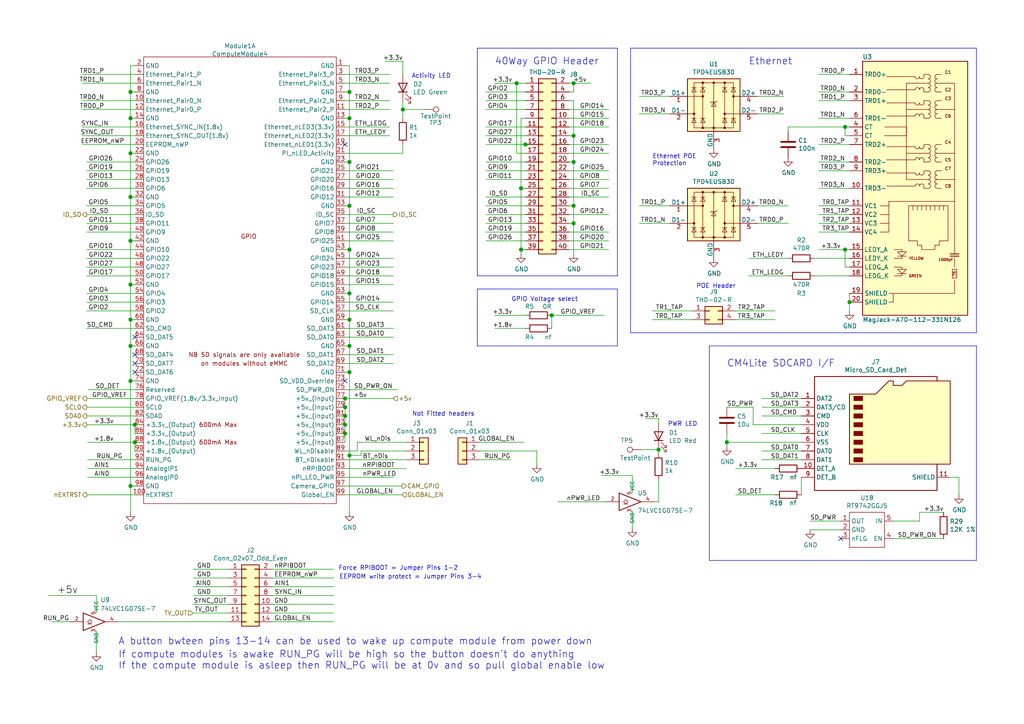
<source format=kicad_sch>
(kicad_sch (version 20201015) (generator eeschema)
  (page 1 7)
  (paper "A4")
  (title_block (title "Compute Module 4 IO Board - GPIO - Ethernet") (rev "1") (company "(c) Raspberry Pi Trading 2020") (comment 1 "www.raspberrypi.org"))
  (junction (at 37.846 26.67) (diameter 1.016))
  (junction (at 37.846 34.29) (diameter 1.016))
  (junction (at 37.846 44.45) (diameter 1.016))
  (junction (at 37.846 57.15) (diameter 1.016))
  (junction (at 37.846 69.85) (diameter 1.016))
  (junction (at 37.846 82.55) (diameter 1.016))
  (junction (at 37.846 92.71) (diameter 1.016))
  (junction (at 37.846 100.33) (diameter 1.016))
  (junction (at 37.846 110.49) (diameter 1.016))
  (junction (at 37.846 140.97) (diameter 1.016))
  (junction (at 39.116 123.19) (diameter 1.016))
  (junction (at 39.116 128.27) (diameter 1.016))
  (junction (at 100.076 115.57) (diameter 1.016))
  (junction (at 100.076 118.11) (diameter 1.016))
  (junction (at 100.076 120.65) (diameter 1.016))
  (junction (at 100.076 123.19) (diameter 1.016))
  (junction (at 100.076 125.73) (diameter 1.016))
  (junction (at 101.346 26.67) (diameter 1.016))
  (junction (at 101.346 34.29) (diameter 1.016))
  (junction (at 101.346 46.99) (diameter 1.016))
  (junction (at 101.346 59.69) (diameter 1.016))
  (junction (at 101.346 72.39) (diameter 1.016))
  (junction (at 101.346 85.09) (diameter 1.016))
  (junction (at 101.346 92.71) (diameter 1.016))
  (junction (at 101.346 100.33) (diameter 1.016))
  (junction (at 101.346 107.95) (diameter 1.016))
  (junction (at 101.346 132.08) (diameter 1.016))
  (junction (at 116.84 31.75) (diameter 1.016))
  (junction (at 149.86 24.13) (diameter 1.016))
  (junction (at 151.13 54.61) (diameter 1.016))
  (junction (at 151.13 72.39) (diameter 1.016))
  (junction (at 152.4 41.91) (diameter 1.016))
  (junction (at 160.02 91.44) (diameter 1.016))
  (junction (at 166.37 24.13) (diameter 1.016))
  (junction (at 166.37 39.37) (diameter 1.016))
  (junction (at 166.37 46.99) (diameter 1.016))
  (junction (at 166.37 59.69) (diameter 1.016))
  (junction (at 166.37 64.77) (diameter 1.016))
  (junction (at 191.008 130.429) (diameter 1.016))
  (junction (at 210.82 128.27) (diameter 1.016))
  (junction (at 245.11 36.83) (diameter 1.016))
  (junction (at 245.11 72.39) (diameter 1.016))
  (junction (at 246.38 87.63) (diameter 1.016))
  (no_connect (at 100.076 110.49))
  (no_connect (at 243.84 156.21))
  (no_connect (at 39.116 105.41))
  (no_connect (at 100.076 41.91))
  (no_connect (at 39.116 97.79))
  (no_connect (at 39.116 107.95))
  (no_connect (at 39.116 102.87))
  (wire (pts (xy 13.97 172.72) (xy 27.94 172.72)))
  (wire (pts (xy 14.986 180.34) (xy 20.32 180.34)))
  (wire (pts (xy 23.876 21.59) (xy 39.116 21.59)))
  (wire (pts (xy 23.876 24.13) (xy 39.116 24.13)))
  (wire (pts (xy 23.876 29.21) (xy 39.116 29.21)))
  (wire (pts (xy 23.876 31.75) (xy 39.116 31.75)))
  (wire (pts (xy 23.876 36.83) (xy 39.116 36.83)))
  (wire (pts (xy 23.876 39.37) (xy 39.116 39.37)))
  (wire (pts (xy 23.876 41.91) (xy 39.116 41.91)))
  (wire (pts (xy 25.146 46.99) (xy 39.116 46.99)))
  (wire (pts (xy 25.146 49.53) (xy 39.116 49.53)))
  (wire (pts (xy 25.146 52.07) (xy 39.116 52.07)))
  (wire (pts (xy 25.146 54.61) (xy 39.116 54.61)))
  (wire (pts (xy 25.146 59.69) (xy 39.116 59.69)))
  (wire (pts (xy 25.146 62.23) (xy 39.116 62.23)))
  (wire (pts (xy 25.146 64.77) (xy 39.116 64.77)))
  (wire (pts (xy 25.146 67.31) (xy 39.116 67.31)))
  (wire (pts (xy 25.146 72.39) (xy 39.116 72.39)))
  (wire (pts (xy 25.146 74.93) (xy 39.116 74.93)))
  (wire (pts (xy 25.146 77.47) (xy 39.116 77.47)))
  (wire (pts (xy 25.146 80.01) (xy 39.116 80.01)))
  (wire (pts (xy 25.146 85.09) (xy 39.116 85.09)))
  (wire (pts (xy 25.146 87.63) (xy 39.116 87.63)))
  (wire (pts (xy 25.146 90.17) (xy 39.116 90.17)))
  (wire (pts (xy 25.146 95.25) (xy 39.116 95.25)))
  (wire (pts (xy 25.146 115.57) (xy 39.116 115.57)))
  (wire (pts (xy 25.146 118.11) (xy 39.116 118.11)))
  (wire (pts (xy 25.146 120.65) (xy 39.116 120.65)))
  (wire (pts (xy 25.146 123.19) (xy 39.116 123.19)))
  (wire (pts (xy 25.146 143.51) (xy 39.116 143.51)))
  (wire (pts (xy 25.4 128.27) (xy 39.116 128.27)))
  (wire (pts (xy 25.4 133.35) (xy 39.116 133.35)))
  (wire (pts (xy 25.4 135.89) (xy 39.116 135.89)))
  (wire (pts (xy 25.4 138.43) (xy 39.116 138.43)))
  (wire (pts (xy 25.6032 113.03) (xy 39.116 113.03)))
  (wire (pts (xy 27.94 172.72) (xy 27.94 177.8)))
  (wire (pts (xy 27.94 182.88) (xy 27.94 189.23)))
  (wire (pts (xy 34.29 180.34) (xy 66.294 180.34)))
  (wire (pts (xy 37.846 19.05) (xy 37.846 26.67)))
  (wire (pts (xy 37.846 26.67) (xy 37.846 34.29)))
  (wire (pts (xy 37.846 34.29) (xy 37.846 44.45)))
  (wire (pts (xy 37.846 44.45) (xy 37.846 57.15)))
  (wire (pts (xy 37.846 44.45) (xy 39.116 44.45)))
  (wire (pts (xy 37.846 57.15) (xy 37.846 69.85)))
  (wire (pts (xy 37.846 57.15) (xy 39.116 57.15)))
  (wire (pts (xy 37.846 69.85) (xy 37.846 82.55)))
  (wire (pts (xy 37.846 69.85) (xy 39.116 69.85)))
  (wire (pts (xy 37.846 82.55) (xy 37.846 92.71)))
  (wire (pts (xy 37.846 82.55) (xy 39.116 82.55)))
  (wire (pts (xy 37.846 92.71) (xy 37.846 100.33)))
  (wire (pts (xy 37.846 92.71) (xy 39.116 92.71)))
  (wire (pts (xy 37.846 100.33) (xy 37.846 110.49)))
  (wire (pts (xy 37.846 100.33) (xy 39.116 100.33)))
  (wire (pts (xy 37.846 110.49) (xy 37.846 140.97)))
  (wire (pts (xy 37.846 110.49) (xy 39.116 110.49)))
  (wire (pts (xy 37.846 140.97) (xy 37.846 148.59)))
  (wire (pts (xy 39.116 19.05) (xy 37.846 19.05)))
  (wire (pts (xy 39.116 26.67) (xy 37.846 26.67)))
  (wire (pts (xy 39.116 34.29) (xy 37.846 34.29)))
  (wire (pts (xy 39.116 125.73) (xy 39.116 123.19)))
  (wire (pts (xy 39.116 128.27) (xy 39.37 128.27)))
  (wire (pts (xy 39.116 130.81) (xy 39.116 128.27)))
  (wire (pts (xy 39.116 140.97) (xy 37.846 140.97)))
  (wire (pts (xy 55.88 175.26) (xy 66.294 175.26)))
  (wire (pts (xy 55.88 177.8) (xy 66.294 177.8)))
  (wire (pts (xy 56.134 165.1) (xy 66.294 165.1)))
  (wire (pts (xy 56.134 167.64) (xy 66.294 167.64)))
  (wire (pts (xy 56.134 170.18) (xy 66.294 170.18)))
  (wire (pts (xy 56.134 172.72) (xy 66.294 172.72)))
  (wire (pts (xy 78.994 165.1) (xy 96.774 165.1)))
  (wire (pts (xy 78.994 167.64) (xy 96.774 167.64)))
  (wire (pts (xy 78.994 170.18) (xy 96.774 170.18)))
  (wire (pts (xy 78.994 172.72) (xy 96.774 172.72)))
  (wire (pts (xy 78.994 175.26) (xy 96.774 175.26)))
  (wire (pts (xy 78.994 177.8) (xy 96.774 177.8)))
  (wire (pts (xy 78.994 180.34) (xy 96.774 180.34)))
  (wire (pts (xy 100.076 19.05) (xy 101.346 19.05)))
  (wire (pts (xy 100.076 21.59) (xy 113.03 21.59)))
  (wire (pts (xy 100.076 24.13) (xy 113.03 24.13)))
  (wire (pts (xy 100.076 26.67) (xy 101.346 26.67)))
  (wire (pts (xy 100.076 29.21) (xy 113.03 29.21)))
  (wire (pts (xy 100.076 31.75) (xy 113.03 31.75)))
  (wire (pts (xy 100.076 34.29) (xy 101.346 34.29)))
  (wire (pts (xy 100.076 36.83) (xy 113.03 36.83)))
  (wire (pts (xy 100.076 39.37) (xy 113.03 39.37)))
  (wire (pts (xy 100.076 44.45) (xy 116.84 44.45)))
  (wire (pts (xy 100.076 46.99) (xy 101.346 46.99)))
  (wire (pts (xy 100.076 49.53) (xy 114.046 49.53)))
  (wire (pts (xy 100.076 52.07) (xy 114.046 52.07)))
  (wire (pts (xy 100.076 54.61) (xy 114.046 54.61)))
  (wire (pts (xy 100.076 57.15) (xy 114.046 57.15)))
  (wire (pts (xy 100.076 59.69) (xy 101.346 59.69)))
  (wire (pts (xy 100.076 62.23) (xy 114.046 62.23)))
  (wire (pts (xy 100.076 64.77) (xy 114.046 64.77)))
  (wire (pts (xy 100.076 67.31) (xy 114.046 67.31)))
  (wire (pts (xy 100.076 69.85) (xy 114.046 69.85)))
  (wire (pts (xy 100.076 72.39) (xy 101.346 72.39)))
  (wire (pts (xy 100.076 74.93) (xy 114.046 74.93)))
  (wire (pts (xy 100.076 77.47) (xy 114.046 77.47)))
  (wire (pts (xy 100.076 80.01) (xy 114.046 80.01)))
  (wire (pts (xy 100.076 82.55) (xy 114.046 82.55)))
  (wire (pts (xy 100.076 85.09) (xy 101.346 85.09)))
  (wire (pts (xy 100.076 87.63) (xy 114.046 87.63)))
  (wire (pts (xy 100.076 92.71) (xy 101.346 92.71)))
  (wire (pts (xy 100.076 97.79) (xy 114.046 97.79)))
  (wire (pts (xy 100.076 100.33) (xy 101.346 100.33)))
  (wire (pts (xy 100.076 105.41) (xy 114.046 105.41)))
  (wire (pts (xy 100.076 107.95) (xy 101.346 107.95)))
  (wire (pts (xy 100.076 113.03) (xy 115.316 113.03)))
  (wire (pts (xy 100.076 115.57) (xy 100.076 118.11)))
  (wire (pts (xy 100.076 115.57) (xy 114.046 115.57)))
  (wire (pts (xy 100.076 118.11) (xy 100.076 120.65)))
  (wire (pts (xy 100.076 120.65) (xy 100.076 123.19)))
  (wire (pts (xy 100.076 123.19) (xy 100.076 125.73)))
  (wire (pts (xy 100.076 125.73) (xy 100.076 128.27)))
  (wire (pts (xy 100.076 130.81) (xy 103.632 130.81)))
  (wire (pts (xy 100.076 133.35) (xy 117.856 133.35)))
  (wire (pts (xy 100.076 135.89) (xy 117.856 135.89)))
  (wire (pts (xy 100.076 138.43) (xy 114.046 138.43)))
  (wire (pts (xy 100.076 140.97) (xy 116.586 140.97)))
  (wire (pts (xy 100.076 143.51) (xy 116.586 143.51)))
  (wire (pts (xy 101.346 19.05) (xy 101.346 26.67)))
  (wire (pts (xy 101.346 26.67) (xy 101.346 34.29)))
  (wire (pts (xy 101.346 34.29) (xy 101.346 46.99)))
  (wire (pts (xy 101.346 46.99) (xy 101.346 59.69)))
  (wire (pts (xy 101.346 59.69) (xy 101.346 72.39)))
  (wire (pts (xy 101.346 72.39) (xy 101.346 85.09)))
  (wire (pts (xy 101.346 85.09) (xy 101.346 92.71)))
  (wire (pts (xy 101.346 92.71) (xy 101.346 100.33)))
  (wire (pts (xy 101.346 100.33) (xy 101.346 107.95)))
  (wire (pts (xy 101.346 107.95) (xy 101.346 132.08)))
  (wire (pts (xy 101.346 132.08) (xy 101.346 148.59)))
  (wire (pts (xy 101.346 132.08) (xy 104.7242 132.08)))
  (wire (pts (xy 103.632 128.27) (xy 117.856 128.27)))
  (wire (pts (xy 103.632 130.81) (xy 103.632 128.27)))
  (wire (pts (xy 104.7242 130.81) (xy 117.856 130.81)))
  (wire (pts (xy 104.7242 132.08) (xy 104.7242 130.81)))
  (wire (pts (xy 111.76 17.78) (xy 116.84 17.78)))
  (wire (pts (xy 114.046 90.17) (xy 100.076 90.17)))
  (wire (pts (xy 114.046 95.25) (xy 100.076 95.25)))
  (wire (pts (xy 114.046 102.87) (xy 100.076 102.87)))
  (wire (pts (xy 116.84 21.59) (xy 116.84 17.78)))
  (wire (pts (xy 116.84 31.75) (xy 116.84 29.21)))
  (wire (pts (xy 116.84 34.29) (xy 116.84 31.75)))
  (wire (pts (xy 116.84 44.45) (xy 116.84 41.91)))
  (wire (pts (xy 123.19 31.75) (xy 116.84 31.75)))
  (wire (pts (xy 139.192 128.27) (xy 151.892 128.27)))
  (wire (pts (xy 139.192 130.81) (xy 155.702 130.81)))
  (wire (pts (xy 139.192 133.35) (xy 148.082 133.35)))
  (wire (pts (xy 140.97 26.67) (xy 152.4 26.67)))
  (wire (pts (xy 140.97 29.21) (xy 152.4 29.21)))
  (wire (pts (xy 140.97 31.75) (xy 152.4 31.75)))
  (wire (pts (xy 140.97 36.83) (xy 152.4 36.83)))
  (wire (pts (xy 140.97 39.37) (xy 152.4 39.37)))
  (wire (pts (xy 140.97 41.91) (xy 152.4 41.91)))
  (wire (pts (xy 140.97 46.99) (xy 152.4 46.99)))
  (wire (pts (xy 140.97 49.53) (xy 152.4 49.53)))
  (wire (pts (xy 140.97 52.07) (xy 152.4 52.07)))
  (wire (pts (xy 140.97 57.15) (xy 152.4 57.15)))
  (wire (pts (xy 140.97 59.69) (xy 152.4 59.69)))
  (wire (pts (xy 140.97 62.23) (xy 152.4 62.23)))
  (wire (pts (xy 140.97 64.77) (xy 152.4 64.77)))
  (wire (pts (xy 140.97 67.31) (xy 152.4 67.31)))
  (wire (pts (xy 140.97 69.85) (xy 152.4 69.85)))
  (wire (pts (xy 143.51 24.13) (xy 149.86 24.13)))
  (wire (pts (xy 143.51 91.44) (xy 152.4 91.44)))
  (wire (pts (xy 143.51 95.25) (xy 152.4 95.25)))
  (wire (pts (xy 149.86 24.13) (xy 149.86 44.45)))
  (wire (pts (xy 149.86 44.45) (xy 152.4 44.45)))
  (wire (pts (xy 151.13 34.29) (xy 151.13 54.61)))
  (wire (pts (xy 151.13 54.61) (xy 151.13 72.39)))
  (wire (pts (xy 151.13 54.61) (xy 152.4 54.61)))
  (wire (pts (xy 151.13 72.39) (xy 151.13 73.66)))
  (wire (pts (xy 151.13 72.39) (xy 152.4 72.39)))
  (wire (pts (xy 152.4 24.13) (xy 149.86 24.13)))
  (wire (pts (xy 152.4 34.29) (xy 151.13 34.29)))
  (wire (pts (xy 154.94 41.91) (xy 152.4 41.91)))
  (wire (pts (xy 155.702 130.81) (xy 155.702 134.62)))
  (wire (pts (xy 160.02 91.44) (xy 160.02 95.25)))
  (wire (pts (xy 160.02 91.44) (xy 175.26 91.44)))
  (wire (pts (xy 161.798 145.542) (xy 175.768 145.542)))
  (wire (pts (xy 165.1 24.13) (xy 166.37 24.13)))
  (wire (pts (xy 165.1 26.67) (xy 166.37 26.67)))
  (wire (pts (xy 165.1 29.21) (xy 166.37 29.21)))
  (wire (pts (xy 165.1 31.75) (xy 176.53 31.75)))
  (wire (pts (xy 165.1 34.29) (xy 176.53 34.29)))
  (wire (pts (xy 165.1 36.83) (xy 176.53 36.83)))
  (wire (pts (xy 165.1 41.91) (xy 176.53 41.91)))
  (wire (pts (xy 165.1 44.45) (xy 176.53 44.45)))
  (wire (pts (xy 165.1 49.53) (xy 176.53 49.53)))
  (wire (pts (xy 165.1 52.07) (xy 176.53 52.07)))
  (wire (pts (xy 165.1 54.61) (xy 176.53 54.61)))
  (wire (pts (xy 165.1 57.15) (xy 176.53 57.15)))
  (wire (pts (xy 165.1 59.69) (xy 166.37 59.69)))
  (wire (pts (xy 165.1 62.23) (xy 176.53 62.23)))
  (wire (pts (xy 165.1 64.77) (xy 166.37 64.77)))
  (wire (pts (xy 165.1 67.31) (xy 176.53 67.31)))
  (wire (pts (xy 165.1 69.85) (xy 176.53 69.85)))
  (wire (pts (xy 165.1 72.39) (xy 176.53 72.39)))
  (wire (pts (xy 166.37 24.13) (xy 171.45 24.13)))
  (wire (pts (xy 166.37 26.67) (xy 166.37 24.13)))
  (wire (pts (xy 166.37 29.21) (xy 166.37 39.37)))
  (wire (pts (xy 166.37 39.37) (xy 165.1 39.37)))
  (wire (pts (xy 166.37 39.37) (xy 166.37 46.99)))
  (wire (pts (xy 166.37 46.99) (xy 165.1 46.99)))
  (wire (pts (xy 166.37 59.69) (xy 166.37 46.99)))
  (wire (pts (xy 166.37 64.77) (xy 166.37 59.69)))
  (wire (pts (xy 166.37 64.77) (xy 166.37 73.66)))
  (wire (pts (xy 183.388 137.922) (xy 174.498 137.922)))
  (wire (pts (xy 183.388 143.002) (xy 183.388 137.922)))
  (wire (pts (xy 183.388 148.082) (xy 183.388 153.162)))
  (wire (pts (xy 185.42 27.94) (xy 194.31 27.94)))
  (wire (pts (xy 185.42 33.02) (xy 194.31 33.02)))
  (wire (pts (xy 185.42 59.69) (xy 194.31 59.69)))
  (wire (pts (xy 186.0042 130.429) (xy 191.008 130.429)))
  (wire (pts (xy 189.23 90.17) (xy 200.66 90.17)))
  (wire (pts (xy 189.23 92.71) (xy 200.66 92.71)))
  (wire (pts (xy 191.008 121.412) (xy 187.198 121.412)))
  (wire (pts (xy 191.008 122.682) (xy 191.008 121.412)))
  (wire (pts (xy 191.008 130.302) (xy 191.008 130.429)))
  (wire (pts (xy 191.008 130.429) (xy 191.008 131.572)))
  (wire (pts (xy 191.008 139.192) (xy 191.008 145.542)))
  (wire (pts (xy 191.008 145.542) (xy 189.738 145.542)))
  (wire (pts (xy 194.31 64.77) (xy 185.42 64.77)))
  (wire (pts (xy 210.82 118.11) (xy 218.44 118.11)))
  (wire (pts (xy 210.82 125.73) (xy 210.82 128.27)))
  (wire (pts (xy 210.82 128.27) (xy 210.82 129.54)))
  (wire (pts (xy 210.82 128.27) (xy 232.41 128.27)))
  (wire (pts (xy 213.36 90.17) (xy 224.79 90.17)))
  (wire (pts (xy 213.36 92.71) (xy 224.79 92.71)))
  (wire (pts (xy 213.36 135.89) (xy 224.79 135.89)))
  (wire (pts (xy 213.36 143.51) (xy 224.79 143.51)))
  (wire (pts (xy 217.17 74.93) (xy 228.6 74.93)))
  (wire (pts (xy 217.17 80.01) (xy 228.6 80.01)))
  (wire (pts (xy 218.44 123.19) (xy 218.44 118.11)))
  (wire (pts (xy 219.71 27.94) (xy 227.33 27.94)))
  (wire (pts (xy 219.71 33.02) (xy 227.33 33.02)))
  (wire (pts (xy 219.71 59.69) (xy 228.6 59.69)))
  (wire (pts (xy 219.71 64.77) (xy 228.6 64.77)))
  (wire (pts (xy 220.98 115.57) (xy 232.41 115.57)))
  (wire (pts (xy 220.98 120.65) (xy 232.41 120.65)))
  (wire (pts (xy 220.98 130.81) (xy 232.41 130.81)))
  (wire (pts (xy 228.6 36.83) (xy 245.11 36.83)))
  (wire (pts (xy 228.6 38.1) (xy 228.6 36.83)))
  (wire (pts (xy 232.41 118.11) (xy 220.98 118.11)))
  (wire (pts (xy 232.41 123.19) (xy 218.44 123.19)))
  (wire (pts (xy 232.41 125.73) (xy 220.98 125.73)))
  (wire (pts (xy 232.41 133.35) (xy 220.98 133.35)))
  (wire (pts (xy 232.41 138.43) (xy 232.41 143.51)))
  (wire (pts (xy 236.22 74.93) (xy 246.38 74.93)))
  (wire (pts (xy 236.22 80.01) (xy 246.38 80.01)))
  (wire (pts (xy 237.49 21.59) (xy 246.38 21.59)))
  (wire (pts (xy 237.49 26.67) (xy 246.38 26.67)))
  (wire (pts (xy 237.49 29.21) (xy 246.38 29.21)))
  (wire (pts (xy 237.49 34.29) (xy 246.38 34.29)))
  (wire (pts (xy 237.49 41.91) (xy 246.38 41.91)))
  (wire (pts (xy 237.49 46.99) (xy 246.38 46.99)))
  (wire (pts (xy 237.49 49.53) (xy 246.38 49.53)))
  (wire (pts (xy 237.49 54.61) (xy 246.38 54.61)))
  (wire (pts (xy 237.49 59.69) (xy 246.38 59.69)))
  (wire (pts (xy 237.49 62.23) (xy 246.38 62.23)))
  (wire (pts (xy 237.49 64.77) (xy 246.38 64.77)))
  (wire (pts (xy 237.49 67.31) (xy 246.38 67.31)))
  (wire (pts (xy 237.49 72.39) (xy 245.11 72.39)))
  (wire (pts (xy 243.84 151.13) (xy 234.95 151.13)))
  (wire (pts (xy 243.84 153.67) (xy 234.95 153.67)))
  (wire (pts (xy 245.11 39.37) (xy 245.11 36.83)))
  (wire (pts (xy 245.11 72.39) (xy 246.38 72.39)))
  (wire (pts (xy 245.11 77.47) (xy 245.11 72.39)))
  (wire (pts (xy 246.38 36.83) (xy 245.11 36.83)))
  (wire (pts (xy 246.38 39.37) (xy 245.11 39.37)))
  (wire (pts (xy 246.38 77.47) (xy 245.11 77.47)))
  (wire (pts (xy 246.38 85.09) (xy 246.38 87.63)))
  (wire (pts (xy 246.38 87.63) (xy 246.38 90.17)))
  (wire (pts (xy 259.08 151.13) (xy 266.7 151.13)))
  (wire (pts (xy 259.08 156.21) (xy 273.685 156.21)))
  (wire (pts (xy 266.7 148.59) (xy 266.7 151.13)))
  (wire (pts (xy 273.685 148.59) (xy 266.7 148.59)))
  (wire (pts (xy 275.59 138.43) (xy 278.13 138.43)))
  (wire (pts (xy 278.13 138.43) (xy 278.13 143.51)))
  (polyline (pts (xy 138.43 13.97) (xy 138.43 80.01)) (stroke (width 0) (type solid)))
  (polyline (pts (xy 138.43 80.01) (xy 179.07 80.01)) (stroke (width 0) (type solid)))
  (polyline (pts (xy 138.43 100.33) (xy 138.43 83.82)) (stroke (width 0) (type solid)))
  (polyline (pts (xy 138.43 100.33) (xy 139.7 100.33)) (stroke (width 0) (type solid)))
  (polyline (pts (xy 139.7 83.82) (xy 138.43 83.82)) (stroke (width 0) (type solid)))
  (polyline (pts (xy 139.7 83.82) (xy 179.07 83.82)) (stroke (width 0) (type solid)))
  (polyline (pts (xy 179.07 13.97) (xy 138.43 13.97)) (stroke (width 0) (type solid)))
  (polyline (pts (xy 179.07 13.97) (xy 179.07 80.01)) (stroke (width 0) (type solid)))
  (polyline (pts (xy 179.07 83.82) (xy 179.07 100.33)) (stroke (width 0) (type solid)))
  (polyline (pts (xy 179.07 100.33) (xy 139.7 100.33)) (stroke (width 0) (type solid)))
  (polyline (pts (xy 182.88 13.97) (xy 283.21 13.97)) (stroke (width 0) (type solid)))
  (polyline (pts (xy 182.88 96.52) (xy 182.88 13.97)) (stroke (width 0) (type solid)))
  (polyline (pts (xy 205.74 100.33) (xy 283.21 100.33)) (stroke (width 0) (type solid)))
  (polyline (pts (xy 205.74 162.56) (xy 205.74 100.33)) (stroke (width 0) (type solid)))
  (polyline (pts (xy 283.21 13.97) (xy 283.21 96.52)) (stroke (width 0) (type solid)))
  (polyline (pts (xy 283.21 96.52) (xy 182.88 96.52)) (stroke (width 0) (type solid)))
  (polyline (pts (xy 283.21 100.33) (xy 283.21 162.56)) (stroke (width 0) (type solid)))
  (polyline (pts (xy 283.21 162.56) (xy 205.74 162.56)) (stroke (width 0) (type solid)))
  (text "A button bwteen pins 13-14 can be used to wake up compute module from power down\n\n" (at 34.29 190.5 0) (effects (font (size 2.007 2.007)) (justify left bottom)))
  (text "If compute modules is awake RUN_PG will be high so the button doesn't do anything\nIf the compute module is asleep then RUN_PG will be at 0v and so pull global enable low" (at 34.29 194.31 0) (effects (font (size 2.007 2.007)) (justify left bottom)))
  (text "Activity LED" (at 119.38 22.86 0) (effects (font (size 1.27 1.27)) (justify left bottom)))
  (text "Force RPIBOOT = Jumper Pins 1-2 \n" (at 133.858 165.608 180) (effects (font (size 1.27 1.27)) (justify right bottom)))
  (text "Not Fitted headers" (at 137.668 120.904 180) (effects (font (size 1.27 1.27)) (justify right bottom)))
  (text "EEPROM write protect = Jumper Pins 3-4\n\n" (at 139.7 170.18 180) (effects (font (size 1.27 1.27)) (justify right bottom)))
  (text "40Way GPIO Header" (at 143.51 19.05 0) (effects (font (size 2.007 2.007)) (justify left bottom)))
  (text "GPIO Voltage select\n" (at 167.64 87.63 180) (effects (font (size 1.27 1.27)) (justify right bottom)))
  (text "Ethernet POE\nProtection" (at 189.23 48.26 0) (effects (font (size 1.27 1.27)) (justify left bottom)))
  (text "PWR LED" (at 193.675 123.825 0) (effects (font (size 1.27 1.27)) (justify left bottom)))
  (text "POE Header" (at 201.93 83.82 0) (effects (font (size 1.27 1.27)) (justify left bottom)))
  (text "CM4Lite SDCARD I/F" (at 210.82 106.68 0) (effects (font (size 2.007 2.007)) (justify left bottom)))
  (text "Ethernet" (at 217.17 19.05 0) (effects (font (size 2.0066 2.0066)) (justify left bottom)))
  (label "+5v" (at 16.51 172.72 0) (effects (font (size 2.0066 2.0066))))
  (label "RUN_PG" (at 20.066 180.34 180))
  (label "GPIO_VREF" (at 26.67 115.57 0))
  (label "TRD1_P" (at 30.226 21.59 180))
  (label "TRD1_N" (at 30.226 24.13 180))
  (label "TRD0_N" (at 30.226 29.21 180))
  (label "TRD0_P" (at 30.226 31.75 180))
  (label "SYNC_IN" (at 31.496 36.83 180))
  (label "GPIO6" (at 31.496 54.61 180))
  (label "GPIO5" (at 31.496 59.69 180))
  (label "ID_SD" (at 31.496 62.23 180))
  (label "GPIO9" (at 31.496 67.31 180))
  (label "GPIO4" (at 31.496 85.09 180))
  (label "GPIO3" (at 31.496 87.63 180))
  (label "GPIO2" (at 31.496 90.17 180))
  (label "AIN1" (at 31.75 135.89 180))
  (label "AIN0" (at 31.75 138.43 180))
  (label "GPIO26" (at 32.766 46.99 180))
  (label "GPIO19" (at 32.766 49.53 180))
  (label "GPIO13" (at 32.766 52.07 180))
  (label "GPIO11" (at 32.766 64.77 180))
  (label "GPIO10" (at 32.766 72.39 180))
  (label "GPIO22" (at 32.766 74.93 180))
  (label "GPIO27" (at 32.766 77.47 180))
  (label "GPIO17" (at 32.766 80.01 180))
  (label "SD_CMD" (at 32.766 95.25 180))
  (label "SYNC_OUT" (at 33.02 39.37 180))
  (label "+3.3v" (at 33.02 123.19 180))
  (label "+1.8v" (at 33.02 128.27 180))
  (label "SD_DET" (at 34.671 113.03 180))
  (label "RUN_PG" (at 35.56 133.35 180))
  (label "EEPROM_nWP" (at 36.068 41.91 180))
  (label "GND" (at 61.214 165.1 180))
  (label "GND" (at 61.214 167.64 180))
  (label "AIN0" (at 61.214 170.18 180))
  (label "GND" (at 61.214 172.72 180))
  (label "TV_OUT" (at 63.246 177.8 180))
  (label "SYNC_OUT" (at 65.786 175.26 180))
  (label "GND" (at 83.566 175.26 180))
  (label "GND" (at 83.566 177.8 180))
  (label "AIN1" (at 84.074 170.18 180))
  (label "SYNC_IN" (at 87.63 172.72 180))
  (label "nRPIBOOT" (at 88.9 165.1 180))
  (label "GLOBAL_EN" (at 90.17 180.34 180))
  (label "EEPROM_nWP" (at 92.202 167.64 180))
  (label "SD_PWR_ON" (at 102.616 113.03 0))
  (label "TRD3_P" (at 102.87 21.59 0))
  (label "TRD3_N" (at 102.87 24.13 0))
  (label "TRD2_N" (at 102.87 29.21 0))
  (label "TRD2_P" (at 102.87 31.75 0))
  (label "ETH_LEDG" (at 102.87 36.83 0))
  (label "ETH_LEDY" (at 102.87 39.37 0))
  (label "nPWR_LED" (at 105.156 138.43 0))
  (label "+5v" (at 106.426 115.57 180))
  (label "ID_SC" (at 108.966 62.23 180))
  (label "GPIO7" (at 108.966 64.77 180))
  (label "GPIO8" (at 108.966 67.31 180))
  (label "GPIO21" (at 110.236 49.53 180))
  (label "GPIO20" (at 110.236 52.07 180))
  (label "GPIO16" (at 110.236 54.61 180))
  (label "GPIO12" (at 110.236 57.15 180))
  (label "GPIO25" (at 110.236 69.85 180))
  (label "GPIO24" (at 110.236 74.93 180))
  (label "GPIO23" (at 110.236 77.47 180))
  (label "GPIO18" (at 110.236 80.01 180))
  (label "GPIO15" (at 110.236 82.55 180))
  (label "GPIO14" (at 110.236 87.63 180))
  (label "SD_CLK" (at 110.236 90.17 180))
  (label "SD_DAT3" (at 111.506 95.25 180))
  (label "SD_DAT0" (at 111.506 97.79 180))
  (label "SD_DAT1" (at 111.506 102.87 180))
  (label "SD_DAT2" (at 111.506 105.41 180))
  (label "BT_nDis" (at 112.6236 133.35 180))
  (label "WL_nDis" (at 113.411 128.27 180))
  (label "GLOBAL_EN" (at 114.046 143.51 180))
  (label "nRPIBOOT" (at 114.5032 135.89 180))
  (label "+3.3v" (at 116.84 17.78 180))
  (label "GPIO2" (at 147.32 26.67 180))
  (label "GPIO3" (at 147.32 29.21 180))
  (label "GPIO4" (at 147.32 31.75 180))
  (label "GPIO9" (at 147.32 49.53 180))
  (label "ID_SD" (at 147.32 57.15 180))
  (label "GPIO5" (at 147.32 59.69 180))
  (label "GPIO6" (at 147.32 62.23 180))
  (label "RUN_PG" (at 148.082 133.35 180))
  (label "+3.3v" (at 148.59 24.13 180))
  (label "GPIO17" (at 148.59 36.83 180))
  (label "GPIO27" (at 148.59 39.37 180))
  (label "GPIO22" (at 148.59 41.91 180))
  (label "GPIO10" (at 148.59 46.99 180))
  (label "GPIO11" (at 148.59 52.07 180))
  (label "GPIO13" (at 148.59 64.77 180))
  (label "GPIO19" (at 148.59 67.31 180))
  (label "GPIO26" (at 148.59 69.85 180))
  (label "+3.3v" (at 148.59 91.44 180))
  (label "+1.8v" (at 148.59 95.25 180))
  (label "GLOBAL_EN" (at 149.352 128.27 180))
  (label "GPIO_VREF" (at 162.56 91.44 0))
  (label "nPWR_LED" (at 164.338 145.542 0))
  (label "+5v" (at 170.18 24.13 180))
  (label "GPIO8" (at 173.99 52.07 180))
  (label "GPIO7" (at 173.99 54.61 180))
  (label "ID_SC" (at 173.99 57.15 180))
  (label "GPIO14" (at 175.26 31.75 180))
  (label "GPIO15" (at 175.26 34.29 180))
  (label "GPIO18" (at 175.26 36.83 180))
  (label "GPIO23" (at 175.26 41.91 180))
  (label "GPIO24" (at 175.26 44.45 180))
  (label "GPIO25" (at 175.26 49.53 180))
  (label "GPIO12" (at 175.26 62.23 180))
  (label "GPIO16" (at 175.26 67.31 180))
  (label "GPIO20" (at 175.26 69.85 180))
  (label "GPIO21" (at 175.26 72.39 180))
  (label "+3.3v" (at 179.578 137.922 180))
  (label "+3.3v" (at 191.008 121.412 180))
  (label "TRD3_P" (at 193.04 27.94 180))
  (label "TRD3_N" (at 193.04 33.02 180))
  (label "TRD1_P" (at 193.04 59.69 180))
  (label "TRD1_N" (at 193.04 64.77 180))
  (label "TR0_TAP" (at 198.0184 92.71 180))
  (label "TR1_TAP" (at 198.12 90.17 180))
  (label "SD_PWR" (at 210.82 118.11 0))
  (label "+3.3v" (at 219.71 135.89 180))
  (label "SD_DET" (at 220.98 143.51 180))
  (label "TR3_TAP" (at 221.8944 92.71 180))
  (label "TR2_TAP" (at 221.9198 90.17 180))
  (label "SD_DAT2" (at 223.52 115.57 0))
  (label "SD_DAT3" (at 223.52 118.11 0))
  (label "SD_CMD" (at 223.52 120.65 0))
  (label "SD_CLK" (at 223.52 125.73 0))
  (label "SD_DAT0" (at 223.52 130.81 0))
  (label "SD_DAT1" (at 223.52 133.35 0))
  (label "TRD2_N" (at 227.33 27.94 180))
  (label "TRD2_P" (at 227.33 33.02 180))
  (label "TRD0_N" (at 227.33 59.69 180))
  (label "TRD0_P" (at 227.33 64.77 180))
  (label "ETH_LEDY" (at 227.33 74.93 180))
  (label "ETH_LEDG" (at 227.33 80.01 180))
  (label "SD_PWR" (at 234.95 151.13 0))
  (label "+3.3v" (at 243.84 72.39 180))
  (label "TRD0_P" (at 245.11 21.59 180))
  (label "TRD0_N" (at 245.11 26.67 180))
  (label "TRD1_P" (at 245.11 29.21 180))
  (label "TRD1_N" (at 245.11 34.29 180))
  (label "TRD2_P" (at 245.11 41.91 180))
  (label "TRD2_N" (at 245.11 46.99 180))
  (label "TRD3_P" (at 245.11 49.53 180))
  (label "TRD3_N" (at 245.11 54.61 180))
  (label "TR0_TAP" (at 246.38 59.69 180))
  (label "TR1_TAP" (at 246.38 62.23 180))
  (label "TR2_TAP" (at 246.38 64.77 180))
  (label "TR3_TAP" (at 246.38 67.31 180))
  (label "SD_PWR_ON" (at 260.35 156.21 0))
  (label "+3.3v" (at 273.685 148.59 180))
  (hierarchical_label "ID_SD" (shape output) (at 25.146 62.23 180))
  (hierarchical_label "GPIO_VREF" (shape output) (at 25.146 115.57 180))
  (hierarchical_label "SCL0" (shape output) (at 25.146 118.11 180))
  (hierarchical_label "SDA0" (shape output) (at 25.146 120.65 180))
  (hierarchical_label "+3.3v" (shape output) (at 25.146 123.19 180))
  (hierarchical_label "nEXTRST" (shape output) (at 25.146 143.51 180))
  (hierarchical_label "TV_OUT" (shape input) (at 55.88 177.8 180))
  (hierarchical_label "ID_SC" (shape output) (at 114.046 62.23 0))
  (hierarchical_label "+5v" (shape input) (at 114.046 115.57 0))
  (hierarchical_label "CAM_GPIO" (shape output) (at 116.586 140.97 0))
  (hierarchical_label "GLOBAL_EN" (shape input) (at 116.586 143.51 0))
  (symbol (lib_id "Connector:TestPoint") (at 123.19 31.75 270) (unit 1)
    (property "Reference" "TP3" (at 124.46 35.56 90) (effects (justify left)))
    (property "Value" "TestPoint" (at 121.92 33.655 90) (effects (justify left)))
    (property "Footprint" "TestPoint:TestPoint_Pad_2.0x2.0mm" (effects hide))
    (property "Field4" "nf" (effects hide))
    (property "Field5" "nf" (effects hide))
    (property "Field6" "nf" (effects hide))
    (property "Field7" "nf" (effects hide))
  )
  (symbol (lib_id "Connector:TestPoint") (at 186.0042 130.429 90) (unit 1)
    (property "Reference" "TP5" (at 183.642 127.762 90) (effects (justify left)))
    (property "Value" "TestPoint" (at 188.722 132.842 90) (effects (justify left)))
    (property "Footprint" "TestPoint:TestPoint_Pad_2.0x2.0mm" (effects hide))
    (property "Field4" "nf" (effects hide))
    (property "Field5" "nf" (effects hide))
    (property "Field6" "nf" (effects hide))
    (property "Field7" "nf" (effects hide))
  )
  (symbol (lib_id "power:GND") (at 27.94 189.23 0) (unit 1)
    (property "Reference" "#PWR027" (effects hide))
    (property "Value" "GND" (at 28.067 193.6242 0))
  )
  (symbol (lib_id "power:GND") (at 37.846 148.59 0) (unit 1)
    (property "Reference" "#PWR0104" (effects hide))
    (property "Value" "GND" (at 37.973 152.9842 0))
  )
  (symbol (lib_id "power:GND") (at 101.346 148.59 0) (unit 1)
    (property "Reference" "#PWR0105" (effects hide))
    (property "Value" "GND" (at 101.473 152.9842 0))
  )
  (symbol (lib_id "power:GND") (at 151.13 73.66 0) (unit 1)
    (property "Reference" "#PWR0103" (effects hide))
    (property "Value" "GND" (at 151.257 78.0542 0))
  )
  (symbol (lib_id "power:GND") (at 155.702 134.62 0) (unit 1)
    (property "Reference" "#PWR0106" (effects hide))
    (property "Value" "GND" (at 155.829 139.0142 0))
  )
  (symbol (lib_id "power:GND") (at 166.37 73.66 0) (unit 1)
    (property "Reference" "#PWR0102" (effects hide))
    (property "Value" "GND" (at 166.497 78.0542 0))
  )
  (symbol (lib_id "power:GND") (at 183.388 153.162 0) (unit 1)
    (property "Reference" "#PWR05" (effects hide))
    (property "Value" "GND" (at 183.515 157.5562 0))
  )
  (symbol (lib_id "power:GND") (at 207.01 43.18 0) (unit 1)
    (property "Reference" "#PWR0111" (effects hide))
    (property "Value" "GND" (at 207.137 47.5742 0))
  )
  (symbol (lib_id "power:GND") (at 207.01 74.93 0) (unit 1)
    (property "Reference" "#PWR0110" (effects hide))
    (property "Value" "GND" (at 207.137 79.3242 0))
  )
  (symbol (lib_id "power:GND") (at 210.82 129.54 0) (unit 1)
    (property "Reference" "#PWR0107" (effects hide))
    (property "Value" "GND" (at 210.947 133.9342 0))
  )
  (symbol (lib_id "power:GND") (at 228.6 45.72 0) (unit 1)
    (property "Reference" "#PWR0101" (effects hide))
    (property "Value" "GND" (at 228.727 50.1142 0))
  )
  (symbol (lib_id "power:GND") (at 234.95 153.67 0) (unit 1)
    (property "Reference" "#PWR0113" (effects hide))
    (property "Value" "GND" (at 235.077 158.0642 0))
  )
  (symbol (lib_id "power:GND") (at 246.38 90.17 0) (unit 1)
    (property "Reference" "#PWR0109" (effects hide))
    (property "Value" "GND" (at 246.507 94.5642 0))
  )
  (symbol (lib_id "power:GND") (at 278.13 143.51 0) (unit 1)
    (property "Reference" "#PWR0108" (effects hide))
    (property "Value" "GND" (at 278.257 147.9042 0))
  )
  (symbol (lib_id "Device:R") (at 116.84 38.1 0) (unit 1)
    (property "Reference" "R1" (at 118.618 36.9316 0) (effects (justify left)))
    (property "Value" "1k" (at 118.618 39.243 0) (effects (justify left)))
    (property "Footprint" "Resistor_SMD:R_0402_1005Metric" (effects hide))
    (property "Datasheet" "https://fscdn.rohm.com/en/products/databook/datasheet/passive/resistor/chip_resistor/mcr-e.pdf" (effects hide))
    (property "Field4" "Farnell" (effects hide))
    (property "Field5" "9239235" (effects hide))
    (property "Field7" "KOA EUROPE GMBH" (effects hide))
    (property "Field6" "RK73H1ETTP1001F" (effects hide))
    (property "Part Description" "Resistor 1K M1005 1% 63mW" (effects hide))
    (property "Field8" "125049511" (effects hide))
  )
  (symbol (lib_id "Device:R") (at 156.21 91.44 90) (unit 1)
    (property "Reference" "R5" (at 154.94 88.9 90) (effects (justify left)))
    (property "Value" "0R" (at 160.02 88.9 90) (effects (justify left)))
    (property "Footprint" "Resistor_SMD:R_0805_2012Metric_Pad1.15x1.40mm_HandSolder" (effects hide))
    (property "Datasheet" "https://fscdn.rohm.com/en/products/databook/datasheet/passive/resistor/chip_resistor/mcr-e.pdf" (effects hide))
    (property "Field4" "Farnell" (effects hide))
    (property "Field5" "9233750" (effects hide))
    (property "Field7" "Rohm" (effects hide))
    (property "Field6" "MCR10EZPJ000" (effects hide))
    (property "Part Description" "Resistor 0R M2012 5% " (effects hide))
    (property "Field8" "121629591" (effects hide))
  )
  (symbol (lib_id "Device:R") (at 156.21 95.25 90) (unit 1)
    (property "Reference" "R4" (at 154.94 97.79 90) (effects (justify left)))
    (property "Value" "nf" (at 160.02 97.79 90) (effects (justify left)))
    (property "Footprint" "Resistor_SMD:R_0805_2012Metric_Pad1.15x1.40mm_HandSolder" (effects hide))
    (property "Datasheet" "https://fscdn.rohm.com/en/products/databook/datasheet/passive/resistor/chip_resistor/mcr-e.pdf" (effects hide))
    (property "Field4" "nf" (effects hide))
    (property "Field5" "nf" (effects hide))
    (property "Field6" "nf" (effects hide))
  )
  (symbol (lib_id "Device:R") (at 191.008 135.382 0) (unit 1)
    (property "Reference" "R10" (at 192.786 134.2136 0) (effects (justify left)))
    (property "Value" "1k" (at 192.786 136.525 0) (effects (justify left)))
    (property "Footprint" "Resistor_SMD:R_0402_1005Metric" (effects hide))
    (property "Datasheet" "https://fscdn.rohm.com/en/products/databook/datasheet/passive/resistor/chip_resistor/mcr-e.pdf" (effects hide))
    (property "Field4" "Farnell" (effects hide))
    (property "Field5" "9239235" (effects hide))
    (property "Field7" "KOA EUROPE GMBH" (effects hide))
    (property "Field6" "RK73H1ETTP1001F" (effects hide))
    (property "Part Description" "Resistor 1K M1005 1% 63mW" (effects hide))
    (property "Field8" "125049511" (effects hide))
  )
  (symbol (lib_id "Device:R") (at 228.6 135.89 90) (unit 1)
    (property "Reference" "R17" (at 227.33 138.43 90) (effects (justify left)))
    (property "Value" "nf" (at 231.14 138.43 90) (effects (justify left)))
    (property "Footprint" "Resistor_SMD:R_0402_1005Metric" (effects hide))
    (property "Datasheet" "https://fscdn.rohm.com/en/products/databook/datasheet/passive/resistor/chip_resistor/mcr-e.pdf" (effects hide))
    (property "Field4" "Farnell" (effects hide))
    (property "Field5" "9239235" (effects hide))
    (property "Field7" "KOA EUROPE GMBH" (effects hide))
    (property "Field6" "RK73H1ETTP1001F" (effects hide))
    (property "Part Description" "Resistor 1K M1005 1% 63mW" (effects hide))
    (property "Field8" "125049511" (effects hide))
  )
  (symbol (lib_id "Device:R") (at 228.6 143.51 90) (unit 1)
    (property "Reference" "R18" (at 227.0506 145.8976 90) (effects (justify left)))
    (property "Value" "nf" (at 231.0638 145.8468 90) (effects (justify left)))
    (property "Footprint" "Resistor_SMD:R_0402_1005Metric" (effects hide))
    (property "Datasheet" "https://fscdn.rohm.com/en/products/databook/datasheet/passive/resistor/chip_resistor/mcr-e.pdf" (effects hide))
    (property "Field4" "Farnell" (effects hide))
    (property "Field5" "9239235" (effects hide))
    (property "Field7" "KOA EUROPE GMBH" (effects hide))
    (property "Field6" "RK73H1ETTP1001F" (effects hide))
    (property "Part Description" "Resistor 1K M1005 1% 63mW" (effects hide))
    (property "Field8" "125049511" (effects hide))
  )
  (symbol (lib_id "Device:R") (at 232.41 74.93 270) (unit 1)
    (property "Reference" "R2" (at 232.41 69.6722 90))
    (property "Value" "470R" (at 232.41 71.9836 90))
    (property "Footprint" "Resistor_SMD:R_0402_1005Metric" (effects hide))
    (property "Datasheet" "https://fscdn.rohm.com/en/products/databook/datasheet/passive/resistor/chip_resistor/mcr-e.pdf" (effects hide))
    (property "Field4" "Farnell" (effects hide))
    (property "Field5" "9239197" (effects hide))
    (property "Field7" "KOA EUROPE GMBH" (effects hide))
    (property "Field6" "RK73G1ETQTP4700D         " (effects hide))
    (property "Field8" "120887981" (effects hide))
    (property "Part Description" "Resistor 470R M1005 1% 63mW" (effects hide))
  )
  (symbol (lib_id "Device:R") (at 232.41 80.01 270) (unit 1)
    (property "Reference" "R3" (at 232.41 85.09 90))
    (property "Value" "470R" (at 232.41 82.55 90))
    (property "Footprint" "Resistor_SMD:R_0402_1005Metric" (effects hide))
    (property "Datasheet" "https://fscdn.rohm.com/en/products/databook/datasheet/passive/resistor/chip_resistor/mcr-e.pdf" (effects hide))
    (property "Field4" "Farnell" (effects hide))
    (property "Field5" "9239197" (effects hide))
    (property "Field7" "KOA EUROPE GMBH" (effects hide))
    (property "Field6" "RK73G1ETQTP4700D         " (effects hide))
    (property "Field8" "120887981" (effects hide))
    (property "Part Description" "Resistor 470R M1005 1% 63mW" (effects hide))
  )
  (symbol (lib_id "Device:R") (at 273.685 152.4 0) (unit 1)
    (property "Reference" "R29" (at 275.463 151.2316 0) (effects (justify left)))
    (property "Value" "12K 1%" (at 275.463 153.543 0) (effects (justify left)))
    (property "Footprint" "Resistor_SMD:R_0402_1005Metric" (effects hide))
    (property "Datasheet" "https://fscdn.rohm.com/en/products/databook/datasheet/passive/resistor/chip_resistor/mcr-e.pdf" (effects hide))
    (property "Field4" "Farnell" (effects hide))
    (property "Field5" "9239367" (effects hide))
    (property "Field7" "Rohm" (effects hide))
    (property "Field6" "MCR01MZPF1202" (effects hide))
    (property "Part Description" "Resistor 12K M1005 1% 63mW" (effects hide))
  )
  (symbol (lib_id "Device:LED") (at 116.84 25.4 90) (unit 1)
    (property "Reference" "D2" (at 119.8118 24.4094 90) (effects (justify right)))
    (property "Value" "LED Green" (at 119.8118 26.7208 90) (effects (justify right)))
    (property "Footprint" "LED_SMD:LED_0603_1608Metric" (effects hide))
    (property "Datasheet" "http://optoelectronics.liteon.com/upload/download/DS22-2000-226/LTST-S270KGKT.pdf" (effects hide))
    (property "Field4" "Digikey " (effects hide))
    (property "Field5" "LTST-S270KGKT" (effects hide))
    (property "Field6" "SML-A12M8TT86N" (effects hide))
    (property "Field7" "Rohm" (effects hide))
    (property "Field8" "650263301" (effects hide))
    (property "Part Description" "	Green 572nm LED Indication - Discrete 2.2V 2-SMD, No Lead" (effects hide))
  )
  (symbol (lib_id "Device:LED") (at 191.008 126.492 90) (unit 1)
    (property "Reference" "D1" (at 193.9798 125.5014 90) (effects (justify right)))
    (property "Value" "LED Red" (at 193.9798 127.8128 90) (effects (justify right)))
    (property "Footprint" "LED_SMD:LED_0603_1608Metric" (effects hide))
    (property "Datasheet" "http://optoelectronics.liteon.com/upload/download/DS22-2000-210/LTST-S270KRKT.pdf" (effects hide))
    (property "Field4" "Digikey " (effects hide))
    (property "Field5" "	LTST-S270KRKT" (effects hide))
    (property "Field6" "SML-A12U8TT86Q" (effects hide))
    (property "Field7" "Rohm" (effects hide))
    (property "Field8" "650295101" (effects hide))
    (property "Part Description" "	Red 620nm LED Indication - Discrete 2.2V 2-SMD, No Lead" (effects hide))
  )
  (symbol (lib_id "Device:C") (at 210.82 121.92 0) (unit 1)
    (property "Reference" "C5" (at 213.741 120.7516 0) (effects (justify left)))
    (property "Value" "10u" (at 213.741 123.063 0) (effects (justify left)))
    (property "Footprint" "Capacitor_SMD:C_0805_2012Metric" (effects hide))
    (property "Datasheet" "https://search.murata.co.jp/Ceramy/image/img/A01X/G101/ENG/GRM21BR71A106KA73-01.pdf" (effects hide))
    (property "Field5" "490-14381-1-ND" (effects hide))
    (property "Field4" "Digikey" (effects hide))
    (property "Field6" "GRM21BR71A106KA73L" (effects hide))
    (property "Field7" "Murata" (effects hide))
    (property "Part Description" "	10uF 10% 10V Ceramic Capacitor X7R 0805 (2012 Metric)" (effects hide))
    (property "Field8" "111893011" (effects hide))
  )
  (symbol (lib_id "Device:C") (at 228.6 41.91 0) (unit 1)
    (property "Reference" "C1" (at 231.521 40.7416 0) (effects (justify left)))
    (property "Value" "100n" (at 231.521 43.053 0) (effects (justify left)))
    (property "Footprint" "Capacitor_SMD:C_0402_1005Metric" (effects hide))
    (property "Datasheet" "https://search.murata.co.jp/Ceramy/image/img/A01X/G101/ENG/GRM155R71C104KA88-01.pdf" (effects hide))
    (property "Field4" "Farnell" (effects hide))
    (property "Field5" "2611911" (effects hide))
    (property "Field6" "RM EMK105 B7104KV-F" (effects hide))
    (property "Field7" "TAIYO YUDEN EUROPE GMBH" (effects hide))
    (property "Part Description" "	0.1uF 10% 16V Ceramic Capacitor X7R 0402 (1005 Metric)" (effects hide))
    (property "Field8" "110091611" (effects hide))
  )
  (symbol (lib_id "Connector_Generic:Conn_01x03") (at 122.936 130.81 0) (unit 1)
    (property "Reference" "J3" (at 120.8532 122.7582 0))
    (property "Value" "Conn_01x03" (at 120.8532 125.0696 0))
    (property "Footprint" "Connector_PinHeader_2.54mm:PinHeader_1x03_P2.54mm_Vertical" (effects hide))
    (property "Field4" "nf" (effects hide))
    (property "Field5" "nf" (effects hide))
    (property "Field6" "nf" (effects hide))
    (property "Field7" "nf" (effects hide))
    (property "Part Description" "3pin 0.1\" connector" (effects hide))
  )
  (symbol (lib_id "Connector_Generic:Conn_01x03") (at 134.112 130.81 0) (mirror y) (unit 1)
    (property "Reference" "J1" (at 136.1948 122.7582 0))
    (property "Value" "Conn_01x03" (at 136.1948 125.0696 0))
    (property "Footprint" "Connector_PinHeader_2.54mm:PinHeader_1x03_P2.54mm_Vertical" (effects hide))
    (property "Field4" "nf" (effects hide))
    (property "Field5" "nf" (effects hide))
    (property "Field6" "nf" (effects hide))
    (property "Field7" "nf" (effects hide))
    (property "Part Description" "3pin 0.1\" connector" (effects hide))
  )
  (symbol (lib_id "Connector_Generic:Conn_02x02_Odd_Even") (at 205.74 90.17 0) (unit 1)
    (property "Reference" "J9" (at 207.01 84.6582 0))
    (property "Value" "THD-02-R" (at 207.01 86.9696 0))
    (property "Footprint" "Connector_PinHeader_2.54mm:PinHeader_2x02_P2.54mm_Vertical" (effects hide))
    (property "Datasheet" "https://www.toby.co.uk/uploads/publications/1673.pdf" (effects hide))
    (property "Field4" "Toby" (effects hide))
    (property "Field5" "THD-02-R" (effects hide))
    (property "Field6" "151-604-425-761" (effects hide))
    (property "Field7" "EDAC" (effects hide))
    (property "Field8" "UCON00791" (effects hide))
    (property "Part Description" "PinHeader_2x02_P2.54mm_Vertical" (effects hide))
  )
  (symbol (lib_id "CM4IO:RT9742GGJ5") (at 252.73 161.29 0) (unit 1)
    (property "Reference" "U18" (at 251.46 144.399 0))
    (property "Value" "RT9742GGJ5" (at 251.46 146.7104 0))
    (property "Footprint" "Package_TO_SOT_SMD:SOT-23-5" (effects hide))
    (property "Datasheet" "https://www.richtek.com/assets/product_file/RT9742/DS9742-00.pdf" (effects hide))
    (property "Field4" "Farnell" (effects hide))
    (property "Field5" "	2545875" (effects hide))
    (property "Field6" "RT9742GGJ5" (effects hide))
    (property "Field7" "RichTek" (effects hide))
    (property "Field8" "USWI00166" (effects hide))
    (property "Part Description" "	Power Switch/Driver 1:1 N-Channel 1A TSOT-23-5" (effects hide))
  )
  (symbol (lib_id "CM4IO:74LVC1G07_copy") (at 27.94 180.34 0) (unit 1)
    (property "Reference" "U9" (at 30.48 173.99 0))
    (property "Value" "74LVC1G07SE-7" (at 37.084 176.53 0))
    (property "Footprint" "Package_TO_SOT_SMD:SOT-353_SC-70-5" (effects hide))
    (property "Datasheet" "https://www.diodes.com/assets/Datasheets/74LVC1G07.pdf" (effects hide))
    (property "Field4" "Farnell" (effects hide))
    (property "Field5" "2425492" (effects hide))
    (property "Field6" "74LVC1G07SE-7" (effects hide))
    (property "Field7" "Diodes" (effects hide))
    (property "Part Description" "Buffer, Non-Inverting 1 Element 1 Bit per Element Open Drain Output SOT-353" (effects hide))
  )
  (symbol (lib_id "CM4IO:74LVC1G07_copy") (at 183.388 145.542 0) (unit 1)
    (property "Reference" "U5" (at 184.912 143.002 0) (effects (justify left)))
    (property "Value" "74LVC1G07SE-7" (at 184.912 148.082 0) (effects (justify left)))
    (property "Footprint" "Package_TO_SOT_SMD:SOT-353_SC-70-5" (effects hide))
    (property "Datasheet" "https://www.diodes.com/assets/Datasheets/74LVC1G07.pdf" (effects hide))
    (property "Field4" "Farnell" (effects hide))
    (property "Field5" "2425492" (effects hide))
    (property "Field6" "74LVC1G07SE-7" (effects hide))
    (property "Field7" "Diodes" (effects hide))
    (property "Part Description" "Buffer, Non-Inverting 1 Element 1 Bit per Element Open Drain Output SOT-353" (effects hide))
  )
  (symbol (lib_id "Connector_Generic:Conn_02x07_Odd_Even") (at 71.374 172.72 0) (unit 1)
    (property "Reference" "J2" (at 72.644 159.6136 0))
    (property "Value" "Conn_02x07_Odd_Even" (at 72.644 161.925 0))
    (property "Footprint" "Connector_PinHeader_2.54mm:PinHeader_2x07_P2.54mm_Vertical" (effects hide))
    (property "Datasheet" "https://www.toby.co.uk/uploads/publications/1673.pdf" (effects hide))
    (property "Field4" "Toby" (effects hide))
    (property "Field5" "THD-07-R" (effects hide))
    (property "Field6" "THD-07-R" (effects hide))
    (property "Field7" "Toby" (effects hide))
    (property "Part Description" "PinHeader_2x07_P2.54mm_Vertical" (effects hide))
  )
  (symbol (lib_id "CM4IO:TPD4EUSB30") (at 207.01 30.48 0) (unit 1)
    (property "Reference" "U1" (at 207.01 18.6182 0))
    (property "Value" "TPD4EUSB30" (at 207.01 20.9296 0))
    (property "Footprint" "Package_SON:USON-10_2.5x1.0mm_P0.5mm" (effects hide))
    (property "Datasheet" "http://www.ti.com/lit/ds/symlink/tpd2eusb30a.pdf" (effects hide))
    (property "Field4" "Farnell" (effects hide))
    (property "Field5" "2335455" (effects hide))
    (property "Field6" "CDDFN10-3324P-13" (effects hide))
    (property "Field7" "Bourns" (effects hide))
    (property "Field8" "UDIO00346" (effects hide))
    (property "Part Description" "Quad TVS diode for high speed signals (USB3, GigE etc.)" (effects hide))
  )
  (symbol (lib_id "CM4IO:TPD4EUSB30") (at 207.01 62.23 0) (unit 1)
    (property "Reference" "U2" (at 207.01 50.3682 0))
    (property "Value" "TPD4EUSB30" (at 207.01 52.6796 0))
    (property "Footprint" "Package_SON:USON-10_2.5x1.0mm_P0.5mm" (effects hide))
    (property "Datasheet" "http://www.ti.com/lit/ds/symlink/tpd2eusb30a.pdf" (effects hide))
    (property "Field4" "Farnell" (effects hide))
    (property "Field5" "2335455" (effects hide))
    (property "Field6" "CDDFN10-3324P-13" (effects hide))
    (property "Field7" "Bourns" (effects hide))
    (property "Field8" "UDIO00346" (effects hide))
    (property "Part Description" "Quad TVS diode for high speed signals (USB3, GigE etc.)" (effects hide))
  )
  (symbol (lib_id "Connector_Generic:Conn_02x20_Odd_Even") (at 157.48 46.99 0) (unit 1)
    (property "Reference" "J8" (at 166.37 21.59 0))
    (property "Value" "THD-20-R" (at 158.75 20.9296 0))
    (property "Footprint" "Connector_PinHeader_2.54mm:PinHeader_2x20_P2.54mm_Vertical" (effects hide))
    (property "Datasheet" "https://www.toby.co.uk/uploads/publications/1673.pdf" (effects hide))
    (property "Field4" "Toby" (effects hide))
    (property "Field5" "THD-20-R" (effects hide))
    (property "Field6" "THD-20-R" (effects hide))
    (property "Field7" "Toby" (effects hide))
    (property "Field8" "UCON00511" (effects hide))
    (property "Part Description" "PinHeader_2x20_P2.54mm_Vertical" (effects hide))
  )
  (symbol (lib_id "Connector:Micro_SD_Card_Det") (at 255.27 125.73 0) (unit 1)
    (property "Reference" "J7" (at 254 104.9782 0))
    (property "Value" "Micro_SD_Card_Det" (at 254 107.2896 0))
    (property "Footprint" "CM4IO:SDCARD_MOLEX_503398-1892" (effects hide))
    (property "Datasheet" "https://www.hirose.com/product/en/download_file/key_name/DM3/category/Catalog/doc_file_id/49662/?file_category_id=4&item_id=195&is_series=1" (effects hide))
    (property "Field4" "Farnell" (effects hide))
    (property "Field5" "2358234" (effects hide))
    (property "Field6" "503398-1892" (effects hide))
    (property "Field7" "Molex" (effects hide))
    (property "Part Description" "9 (8 + 1) Position Card Connector microSD™ Surface Mount, Right Angle Gold" (effects hide))
    (property "Field8" "UCON00512" (effects hide))
  )
  (symbol (lib_id "CM4IO:MagJack-A70-112-331N126") (at 267.97 92.71 0) (unit 1)
    (property "Reference" "U3" (at 250.19 16.51 0) (effects (justify left)))
    (property "Value" "MagJack-A70-112-331N126" (at 250.19 92.71 0) (effects (justify left)))
    (property "Footprint" "CM4IO:TRJG0926HENL" (effects hide))
    (property "Datasheet" "https://p.globalsources.com/IMAGES/PDT/SPEC/690/K1160305690.pdf" (effects hide))
    (property "Field6" "TRJG0926HENL" (effects hide))
    (property "Field7" "Trxcon" (effects hide))
    (property "Field8" "UCON00900" (effects hide))
    (property "Part Description" "Gigabit Ethernet Magjack" (effects hide))
  )
  (symbol (lib_id "CM4IO:ComputeModule4-CM4") (at 72.136 74.93 0) (unit 1)
    (property "Reference" "Module1" (at 69.596 13.335 0))
    (property "Value" "ComputeModule4" (at 69.596 15.6464 0))
    (property "Footprint" "CM4IO:Raspberry-Pi-4-Compute-Module" (effects hide))
    (property "Field4" "Hirose" (effects hide))
    (property "Field5" "2off DF40C-100DS-0.4V" (effects hide))
    (property "Field6" "2off DF40C-100DS-0.4V" (effects hide))
    (property "Field7" "Hirose" (effects hide))
    (property "Part Description" "	100 Position Connector Receptacle, Center Strip Contacts Surface Mount Gold" (effects hide))
  )
)
</source>
